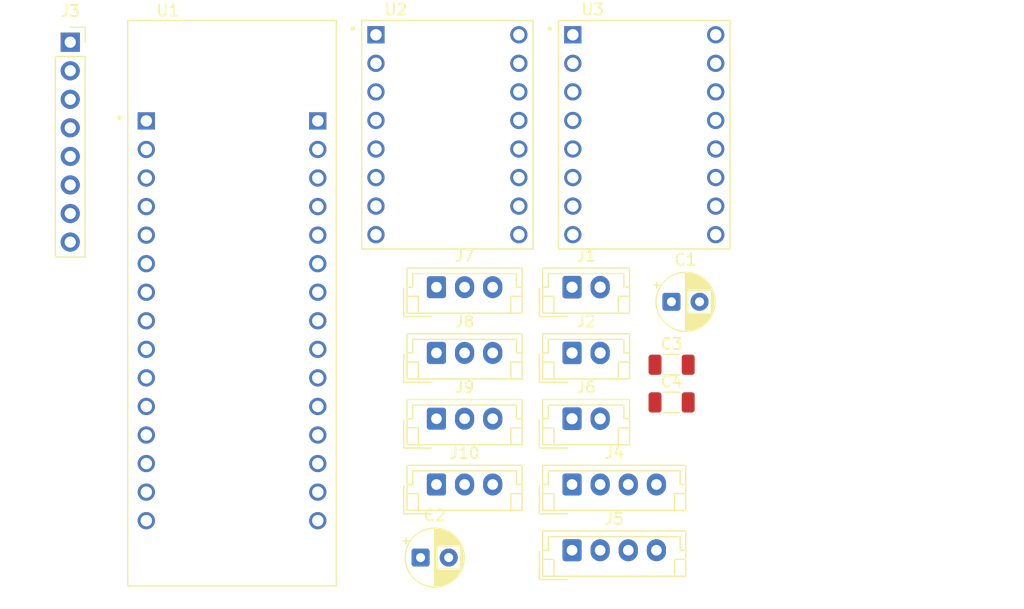
<source format=kicad_pcb>
(kicad_pcb (version 20241229) (generator "pcbnew") (generator_version "9.0")
  (layers (0 "F.Cu" signal) (2 "B.Cu" signal) (13 "F.Paste" user) (15 "B.Paste" user) (5 "F.SilkS" user "F.Silkscreen") (7 "B.SilkS" user "B.Silkscreen") (1 "F.Mask" user) (3 "B.Mask" user) (25 "Edge.Cuts" user))
  (net 0 "")
  (net 1 "+5V")
  (net 2 "GND")
  (net 3 "+24V")
  (net 4 "/STEPPER_1_2B")
  (net 5 "/STEPPER_1_2A")
  (net 6 "/STEPPER_1_1B")
  (net 7 "/STEPPER_1_1A")
  (net 8 "/STEPPER_2_1B")
  (net 9 "/STEPPER_2_2B")
  (net 10 "/STEPPER_2_2A")
  (net 11 "/STEPPER_2_1A")
  (net 12 "/UART_TX")
  (net 13 "/UART_RX")
  (net 14 "/PWM_SERVO_1")
  (net 16 "/PWM_SERVO_2")
  (net 17 "/PWM_SERVO_3")
  (net 18 "/PWM_SERVO_4")
  (net 19 "/PA6")
  (net 22 "/PA5")
  (net 23 "/PB1")
  (net 24 "/PA7")
  (net 25 "/PA0")
  (net 26 "/PB4")
  (net 27 "/PB3")
  (net 29 "/PA12")
  (net 32 "/DIR_STEPPER_1")
  (net 33 "/STEP_STEPPER_2")
  (net 35 "/DIR_STEPPER_2")
  (net 36 "Net-(U2-~{RESET})")
  (net 40 "Net-(U3-~{RESET})")
  (net 44 "/ENABLEB_STEPPER_1")
  (net 45 "/STEP_STEPPER_1")
  (net 46 "/ENABLEB_STEPPER_2")
  (footprint "Capacitor_THT:CP_Radial_D5.0mm_P2.50mm" (layer "F.Cu") (at 131.134775 82.76)
    (property "Reference" "C2" (at 1.25 -3.75 0) (layer "F.SilkS"))
    (property "Value" "330n")
    (pad "1" thru_hole roundrect (at 0 0) (size 1.6 1.6) (drill 0.8) (layers "*.Cu" "*.Mask") (roundrect_rratio 0.15625) (net 3 "+24V"))
    (pad "2" thru_hole circle (at 2.5 0) (size 1.6 1.6) (drill 0.8) (layers "*.Cu" "*.Mask") (net 2 "GND"))
  )
  (footprint "Connector_JST:JST_EH_B3B-EH-A_1x03_P2.50mm_Vertical" (layer "F.Cu") (at 132.545 76.26)
    (property "Reference" "J10" (at 2.5 -2.8 0) (layer "F.SilkS"))
    (property "Value" "Conn_01x03_Pin")
    (pad "1" thru_hole roundrect (at 0 0) (size 1.7 1.95) (drill 0.95) (layers "*.Cu" "*.Mask") (roundrect_rratio 0.147059) (net 18 "/PWM_SERVO_4"))
    (pad "2" thru_hole oval (at 2.5 0) (size 1.7 1.95) (drill 0.95) (layers "*.Cu" "*.Mask") (net 1 "+5V"))
    (pad "3" thru_hole oval (at 5 0) (size 1.7 1.95) (drill 0.95) (layers "*.Cu" "*.Mask") (net 2 "GND"))
  )
  (footprint "Connector_JST:JST_EH_B2B-EH-A_1x02_P2.50mm_Vertical" (layer "F.Cu") (at 144.595 58.71)
    (property "Reference" "J1" (at 1.25 -2.8 0) (layer "F.SilkS"))
    (property "Value" "Conn_01x02_Pin")
    (pad "1" thru_hole roundrect (at 0 0) (size 1.7 2) (drill 1) (layers "*.Cu" "*.Mask") (roundrect_rratio 0.147059) (net 1 "+5V"))
    (pad "2" thru_hole oval (at 2.5 0) (size 1.7 2) (drill 1) (layers "*.Cu" "*.Mask") (net 2 "GND"))
  )
  (footprint "Capacitor_SMD:C_1206_3216Metric" (layer "F.Cu") (at 153.445 65.61)
    (property "Reference" "C3" (at 0 -1.85 0) (layer "F.SilkS"))
    (property "Value" "100u")
    (pad "1" smd roundrect (at -1.475 0) (size 1.15 1.8) (layers "F.Cu" "F.Mask" "F.Paste") (roundrect_rratio 0.217391) (net 3 "+24V"))
    (pad "2" smd roundrect (at 1.475 0) (size 1.15 1.8) (layers "F.Cu" "F.Mask" "F.Paste") (roundrect_rratio 0.217391) (net 2 "GND"))
  )
  (footprint "Capacitor_SMD:C_1206_3216Metric" (layer "F.Cu") (at 153.445 68.96)
    (property "Reference" "C4" (at 0 -1.85 0) (layer "F.SilkS"))
    (property "Value" "100u")
    (pad "1" smd roundrect (at -1.475 0) (size 1.15 1.8) (layers "F.Cu" "F.Mask" "F.Paste") (roundrect_rratio 0.217391) (net 3 "+24V"))
    (pad "2" smd roundrect (at 1.475 0) (size 1.15 1.8) (layers "F.Cu" "F.Mask" "F.Paste") (roundrect_rratio 0.217391) (net 2 "GND"))
  )
  (footprint "Connector_JST:JST_EH_B2B-EH-A_1x02_P2.50mm_Vertical" (layer "F.Cu") (at 144.595 70.41)
    (property "Reference" "J6" (at 1.25 -2.8 0) (layer "F.SilkS"))
    (property "Value" "Conn_01x02_Pin")
    (pad "1" thru_hole roundrect (at 0 0) (size 1.7 2) (drill 1) (layers "*.Cu" "*.Mask") (roundrect_rratio 0.147059) (net 12 "/UART_TX"))
    (pad "2" thru_hole oval (at 2.5 0) (size 1.7 2) (drill 1) (layers "*.Cu" "*.Mask") (net 13 "/UART_RX"))
  )
  (footprint "Connector_PinSocket_2.54mm:PinSocket_1x08_P2.54mm_Vertical" (layer "F.Cu") (at 100 36.92)
    (property "Reference" "J3" (at 0 -2.77 0) (layer "F.SilkS"))
    (property "Value" "Conn_01x08_Pin")
    (pad "1" thru_hole rect (at 0 0) (size 1.7 1.7) (drill 1) (layers "*.Cu" "*.Mask") (net 29 "/PA12"))
    (pad "2" thru_hole circle (at 0 2.54) (size 1.7 1.7) (drill 1) (layers "*.Cu" "*.Mask") (net 24 "/PA7"))
    (pad "3" thru_hole circle (at 0 5.08) (size 1.7 1.7) (drill 1) (layers "*.Cu" "*.Mask") (net 19 "/PA6"))
    (pad "4" thru_hole circle (at 0 7.62) (size 1.7 1.7) (drill 1) (layers "*.Cu" "*.Mask") (net 22 "/PA5"))
    (pad "5" thru_hole circle (at 0 10.16) (size 1.7 1.7) (drill 1) (layers "*.Cu" "*.Mask") (net 23 "/PB1"))
    (pad "6" thru_hole circle (at 0 12.7) (size 1.7 1.7) (drill 1) (layers "*.Cu" "*.Mask") (net 25 "/PA0"))
    (pad "7" thru_hole circle (at 0 15.24) (size 1.7 1.7) (drill 1) (layers "*.Cu" "*.Mask") (net 26 "/PB4"))
    (pad "8" thru_hole circle (at 0 17.78) (size 1.7 1.7) (drill 1) (layers "*.Cu" "*.Mask") (net 27 "/PB3"))
  )
  (footprint "A4988:MODULE_A4988_STEPPER_MOTOR_DRIVER_CARRIER" (layer "F.Cu") (at 133.52 45.15)
    (property "Reference" "U2" (at -4.575 -11.135 0) (layer "F.SilkS"))
    (property "Value" "A4988_STEPPER_MOTOR_DRIVER_CARRIER")
    (pad "1" thru_hole rect (at -6.35 -8.89) (size 1.53 1.53) (drill 1.02) (layers "*.Cu" "*.Mask") (net 44 "/ENABLEB_STEPPER_1"))
    (pad "2" thru_hole circle (at -6.35 -6.35) (size 1.53 1.53) (drill 1.02) (layers "*.Cu" "*.Mask"))
    (pad "3" thru_hole circle (at -6.35 -3.81) (size 1.53 1.53) (drill 1.02) (layers "*.Cu" "*.Mask"))
    (pad "4" thru_hole circle (at -6.35 -1.27) (size 1.53 1.53) (drill 1.02) (layers "*.Cu" "*.Mask"))
    (pad "5" thru_hole circle (at -6.35 1.27) (size 1.53 1.53) (drill 1.02) (layers "*.Cu" "*.Mask") (net 36 "Net-(U2-~{RESET})"))
    (pad "6" thru_hole circle (at -6.35 3.81) (size 1.53 1.53) (drill 1.02) (layers "*.Cu" "*.Mask") (net 36 "Net-(U2-~{RESET})"))
    (pad "7" thru_hole circle (at -6.35 6.35) (size 1.53 1.53) (drill 1.02) (layers "*.Cu" "*.Mask") (net 45 "/STEP_STEPPER_1"))
    (pad "8" thru_hole circle (at -6.35 8.89) (size 1.53 1.53) (drill 1.02) (layers "*.Cu" "*.Mask") (net 32 "/DIR_STEPPER_1"))
    (pad "9" thru_hole circle (at 6.35 8.89) (size 1.53 1.53) (drill 1.02) (layers "*.Cu" "*.Mask") (net 2 "GND"))
    (pad "10" thru_hole circle (at 6.35 6.35) (size 1.53 1.53) (drill 1.02) (layers "*.Cu" "*.Mask") (net 1 "+5V"))
    (pad "11" thru_hole circle (at 6.35 3.81) (size 1.53 1.53) (drill 1.02) (layers "*.Cu" "*.Mask") (net 6 "/STEPPER_1_1B"))
    (pad "12" thru_hole circle (at 6.35 1.27) (size 1.53 1.53) (drill 1.02) (layers "*.Cu" "*.Mask") (net 7 "/STEPPER_1_1A"))
    (pad "13" thru_hole circle (at 6.35 -1.27) (size 1.53 1.53) (drill 1.02) (layers "*.Cu" "*.Mask") (net 5 "/STEPPER_1_2A"))
    (pad "14" thru_hole circle (at 6.35 -3.81) (size 1.53 1.53) (drill 1.02) (layers "*.Cu" "*.Mask") (net 4 "/STEPPER_1_2B"))
    (pad "15" thru_hole circle (at 6.35 -6.35) (size 1.53 1.53) (drill 1.02) (layers "*.Cu" "*.Mask") (net 2 "GND"))
    (pad "16" thru_hole circle (at 6.35 -8.89) (size 1.53 1.53) (drill 1.02) (layers "*.Cu" "*.Mask") (net 3 "+24V"))
  )
  (footprint "Connector_JST:JST_EH_B4B-EH-A_1x04_P2.50mm_Vertical" (layer "F.Cu") (at 144.595 82.11)
    (property "Reference" "J5" (at 3.75 -2.8 0) (layer "F.SilkS"))
    (property "Value" "Conn_01x04_Pin")
    (pad "1" thru_hole roundrect (at 0 0) (size 1.7 1.95) (drill 0.95) (layers "*.Cu" "*.Mask") (roundrect_rratio 0.147059) (net 11 "/STEPPER_2_1A"))
    (pad "2" thru_hole oval (at 2.5 0) (size 1.7 1.95) (drill 0.95) (layers "*.Cu" "*.Mask") (net 8 "/STEPPER_2_1B"))
    (pad "3" thru_hole oval (at 5 0) (size 1.7 1.95) (drill 0.95) (layers "*.Cu" "*.Mask") (net 10 "/STEPPER_2_2A"))
    (pad "4" thru_hole oval (at 7.5 0) (size 1.7 1.95) (drill 0.95) (layers "*.Cu" "*.Mask") (net 9 "/STEPPER_2_2B"))
  )
  (footprint "Connector_JST:JST_EH_B2B-EH-A_1x02_P2.50mm_Vertical" (layer "F.Cu") (at 144.595 64.56)
    (property "Reference" "J2" (at 1.25 -2.8 0) (layer "F.SilkS"))
    (property "Value" "Conn_01x02_Pin")
    (pad "1" thru_hole roundrect (at 0 0) (size 1.7 2) (drill 1) (layers "*.Cu" "*.Mask") (roundrect_rratio 0.147059) (net 3 "+24V"))
    (pad "2" thru_hole oval (at 2.5 0) (size 1.7 2) (drill 1) (layers "*.Cu" "*.Mask") (net 2 "GND"))
  )
  (footprint "A4988:MODULE_A4988_STEPPER_MOTOR_DRIVER_CARRIER" (layer "F.Cu") (at 151.015 45.15)
    (property "Reference" "U3" (at -4.575 -11.135 0) (layer "F.SilkS"))
    (property "Value" "A4988_STEPPER_MOTOR_DRIVER_CARRIER")
    (pad "1" thru_hole rect (at -6.35 -8.89) (size 1.53 1.53) (drill 1.02) (layers "*.Cu" "*.Mask") (net 46 "/ENABLEB_STEPPER_2"))
    (pad "2" thru_hole circle (at -6.35 -6.35) (size 1.53 1.53) (drill 1.02) (layers "*.Cu" "*.Mask"))
    (pad "3" thru_hole circle (at -6.35 -3.81) (size 1.53 1.53) (drill 1.02) (layers "*.Cu" "*.Mask"))
    (pad "4" thru_hole circle (at -6.35 -1.27) (size 1.53 1.53) (drill 1.02) (layers "*.Cu" "*.Mask"))
    (pad "5" thru_hole circle (at -6.35 1.27) (size 1.53 1.53) (drill 1.02) (layers "*.Cu" "*.Mask") (net 40 "Net-(U3-~{RESET})"))
    (pad "6" thru_hole circle (at -6.35 3.81) (size 1.53 1.53) (drill 1.02) (layers "*.Cu" "*.Mask") (net 40 "Net-(U3-~{RESET})"))
    (pad "7" thru_hole circle (at -6.35 6.35) (size 1.53 1.53) (drill 1.02) (layers "*.Cu" "*.Mask") (net 33 "/STEP_STEPPER_2"))
    (pad "8" thru_hole circle (at -6.35 8.89) (size 1.53 1.53) (drill 1.02) (layers "*.Cu" "*.Mask") (net 35 "/DIR_STEPPER_2"))
    (pad "9" thru_hole circle (at 6.35 8.89) (size 1.53 1.53) (drill 1.02) (layers "*.Cu" "*.Mask") (net 2 "GND"))
    (pad "10" thru_hole circle (at 6.35 6.35) (size 1.53 1.53) (drill 1.02) (layers "*.Cu" "*.Mask") (net 1 "+5V"))
    (pad "11" thru_hole circle (at 6.35 3.81) (size 1.53 1.53) (drill 1.02) (layers "*.Cu" "*.Mask") (net 8 "/STEPPER_2_1B"))
    (pad "12" thru_hole circle (at 6.35 1.27) (size 1.53 1.53) (drill 1.02) (layers "*.Cu" "*.Mask") (net 11 "/STEPPER_2_1A"))
    (pad "13" thru_hole circle (at 6.35 -1.27) (size 1.53 1.53) (drill 1.02) (layers "*.Cu" "*.Mask") (net 10 "/STEPPER_2_2A"))
    (pad "14" thru_hole circle (at 6.35 -3.81) (size 1.53 1.53) (drill 1.02) (layers "*.Cu" "*.Mask") (net 9 "/STEPPER_2_2B"))
    (pad "15" thru_hole circle (at 6.35 -6.35) (size 1.53 1.53) (drill 1.02) (layers "*.Cu" "*.Mask") (net 2 "GND"))
    (pad "16" thru_hole circle (at 6.35 -8.89) (size 1.53 1.53) (drill 1.02) (layers "*.Cu" "*.Mask") (net 3 "+24V"))
  )
  (footprint "Connector_JST:JST_EH_B3B-EH-A_1x03_P2.50mm_Vertical" (layer "F.Cu") (at 132.545 58.71)
    (property "Reference" "J7" (at 2.5 -2.8 0) (layer "F.SilkS"))
    (property "Value" "Conn_01x03_Pin")
    (pad "1" thru_hole roundrect (at 0 0) (size 1.7 1.95) (drill 0.95) (layers "*.Cu" "*.Mask") (roundrect_rratio 0.147059) (net 14 "/PWM_SERVO_1"))
    (pad "2" thru_hole oval (at 2.5 0) (size 1.7 1.95) (drill 0.95) (layers "*.Cu" "*.Mask") (net 1 "+5V"))
    (pad "3" thru_hole oval (at 5 0) (size 1.7 1.95) (drill 0.95) (layers "*.Cu" "*.Mask") (net 2 "GND"))
  )
  (footprint "Connector_JST:JST_EH_B3B-EH-A_1x03_P2.50mm_Vertical" (layer "F.Cu") (at 132.545 70.41)
    (property "Reference" "J9" (at 2.5 -2.8 0) (layer "F.SilkS"))
    (property "Value" "Conn_01x03_Pin")
    (pad "1" thru_hole roundrect (at 0 0) (size 1.7 1.95) (drill 0.95) (layers "*.Cu" "*.Mask") (roundrect_rratio 0.147059) (net 17 "/PWM_SERVO_3"))
    (pad "2" thru_hole oval (at 2.5 0) (size 1.7 1.95) (drill 0.95) (layers "*.Cu" "*.Mask") (net 1 "+5V"))
    (pad "3" thru_hole oval (at 5 0) (size 1.7 1.95) (drill 0.95) (layers "*.Cu" "*.Mask") (net 2 "GND"))
  )
  (footprint "Capacitor_THT:CP_Radial_D5.0mm_P2.50mm" (layer "F.Cu") (at 153.430241 60.01)
    (property "Reference" "C1" (at 1.25 -3.75 0) (layer "F.SilkS"))
    (property "Value" "330n")
    (pad "1" thru_hole roundrect (at 0 0) (size 1.6 1.6) (drill 0.8) (layers "*.Cu" "*.Mask") (roundrect_rratio 0.15625) (net 3 "+24V"))
    (pad "2" thru_hole circle (at 2.5 0) (size 1.6 1.6) (drill 0.8) (layers "*.Cu" "*.Mask") (net 2 "GND"))
  )
  (footprint "Connector_JST:JST_EH_B3B-EH-A_1x03_P2.50mm_Vertical" (layer "F.Cu") (at 132.545 64.56)
    (property "Reference" "J8" (at 2.5 -2.8 0) (layer "F.SilkS"))
    (property "Value" "Conn_01x03_Pin")
    (pad "1" thru_hole roundrect (at 0 0) (size 1.7 1.95) (drill 0.95) (layers "*.Cu" "*.Mask") (roundrect_rratio 0.147059) (net 16 "/PWM_SERVO_2"))
    (pad "2" thru_hole oval (at 2.5 0) (size 1.7 1.95) (drill 0.95) (layers "*.Cu" "*.Mask") (net 1 "+5V"))
    (pad "3" thru_hole oval (at 5 0) (size 1.7 1.95) (drill 0.95) (layers "*.Cu" "*.Mask") (net 2 "GND"))
  )
  (footprint "Connector_JST:JST_EH_B4B-EH-A_1x04_P2.50mm_Vertical" (layer "F.Cu") (at 144.595 76.26)
    (property "Reference" "J4" (at 3.75 -2.8 0) (layer "F.SilkS"))
    (property "Value" "Conn_01x04_Pin")
    (pad "1" thru_hole roundrect (at 0 0) (size 1.7 1.95) (drill 0.95) (layers "*.Cu" "*.Mask") (roundrect_rratio 0.147059) (net 7 "/STEPPER_1_1A"))
    (pad "2" thru_hole oval (at 2.5 0) (size 1.7 1.95) (drill 0.95) (layers "*.Cu" "*.Mask") (net 6 "/STEPPER_1_1B"))
    (pad "3" thru_hole oval (at 5 0) (size 1.7 1.95) (drill 0.95) (layers "*.Cu" "*.Mask") (net 5 "/STEPPER_1_2A"))
    (pad "4" thru_hole oval (at 7.5 0) (size 1.7 1.95) (drill 0.95) (layers "*.Cu" "*.Mask") (net 4 "/STEPPER_1_2B"))
  )
  (footprint "NUCLEO:MODULE_NUCLEO-L432KC" (layer "F.Cu") (at 114.38 60.135)
    (property "Reference" "U1" (at -5.715 -26.035 0) (layer "F.SilkS"))
    (property "Value" "NUCLEO-L432KC")
    (pad "CN3_1" thru_hole rect (at -7.62 -16.215) (size 1.53 1.53) (drill 1.02) (layers "*.Cu" "*.Mask") (net 16 "/PWM_SERVO_2"))
    (pad "CN3_2" thru_hole circle (at -7.62 -13.675) (size 1.53 1.53) (drill 1.02) (layers "*.Cu" "*.Mask") (net 17 "/PWM_SERVO_3"))
    (pad "CN3_3" thru_hole circle (at -7.62 -11.135) (size 1.53 1.53) (drill 1.02) (layers "*.Cu" "*.Mask"))
    (pad "CN3_4" thru_hole circle (at -7.62 -8.595) (size 1.53 1.53) (drill 1.02) (layers "*.Cu" "*.Mask") (net 2 "GND"))
    (pad "CN3_5" thru_hole circle (at -7.62 -6.055) (size 1.53 1.53) (drill 1.02) (layers "*.Cu" "*.Mask") (net 29 "/PA12"))
    (pad "CN3_6" thru_hole circle (at -7.62 -3.515) (size 1.53 1.53) (drill 1.02) (layers "*.Cu" "*.Mask") (net 44 "/ENABLEB_STEPPER_1"))
    (pad "CN3_7" thru_hole circle (at -7.62 -0.975) (size 1.53 1.53) (drill 1.02) (layers "*.Cu" "*.Mask") (net 46 "/ENABLEB_STEPPER_2"))
    (pad "CN3_8" thru_hole circle (at -7.62 1.565) (size 1.53 1.53) (drill 1.02) (layers "*.Cu" "*.Mask") (net 45 "/STEP_STEPPER_1"))
    (pad "CN3_9" thru_hole circle (at -7.62 4.105) (size 1.53 1.53) (drill 1.02) (layers "*.Cu" "*.Mask") (net 23 "/PB1"))
    (pad "CN3_10" thru_hole circle (at -7.62 6.645) (size 1.53 1.53) (drill 1.02) (layers "*.Cu" "*.Mask"))
    (pad "CN3_11" thru_hole circle (at -7.62 9.185) (size 1.53 1.53) (drill 1.02) (layers "*.Cu" "*.Mask"))
    (pad "CN3_12" thru_hole circle (at -7.62 11.725) (size 1.53 1.53) (drill 1.02) (layers "*.Cu" "*.Mask") (net 14 "/PWM_SERVO_1"))
    (pad "CN3_13" thru_hole circle (at -7.62 14.265) (size 1.53 1.53) (drill 1.02) (layers "*.Cu" "*.Mask") (net 18 "/PWM_SERVO_4"))
    (pad "CN3_14" thru_hole circle (at -7.62 16.805) (size 1.53 1.53) (drill 1.02) (layers "*.Cu" "*.Mask") (net 32 "/DIR_STEPPER_1"))
    (pad "CN3_15" thru_hole circle (at -7.62 19.345) (size 1.53 1.53) (drill 1.02) (layers "*.Cu" "*.Mask") (net 26 "/PB4"))
    (pad "CN4_1" thru_hole rect (at 7.62 -16.215) (size 1.53 1.53) (drill 1.02) (layers "*.Cu" "*.Mask") (net 1 "+5V"))
    (pad "CN4_2" thru_hole circle (at 7.62 -13.675) (size 1.53 1.53) (drill 1.02) (layers "*.Cu" "*.Mask") (net 2 "GND"))
    (pad "CN4_3" thru_hole circle (at 7.62 -11.135) (size 1.53 1.53) (drill 1.02) (layers "*.Cu" "*.Mask"))
    (pad "CN4_4" thru_hole circle (at 7.62 -8.595) (size 1.53 1.53) (drill 1.02) (layers "*.Cu" "*.Mask"))
    (pad "CN4_5" thru_hole circle (at 7.62 -6.055) (size 1.53 1.53) (drill 1.02) (layers "*.Cu" "*.Mask") (net 12 "/UART_TX"))
    (pad "CN4_6" thru_hole circle (at 7.62 -3.515) (size 1.53 1.53) (drill 1.02) (layers "*.Cu" "*.Mask") (net 24 "/PA7"))
    (pad "CN4_7" thru_hole circle (at 7.62 -0.975) (size 1.53 1.53) (drill 1.02) (layers "*.Cu" "*.Mask") (net 19 "/PA6"))
    (pad "CN4_8" thru_hole circle (at 7.62 1.565) (size 1.53 1.53) (drill 1.02) (layers "*.Cu" "*.Mask") (net 22 "/PA5"))
    (pad "CN4_9" thru_hole circle (at 7.62 4.105) (size 1.53 1.53) (drill 1.02) (layers "*.Cu" "*.Mask") (net 35 "/DIR_STEPPER_2"))
    (pad "CN4_10" thru_hole circle (at 7.62 6.645) (size 1.53 1.53) (drill 1.02) (layers "*.Cu" "*.Mask") (net 13 "/UART_RX"))
    (pad "CN4_11" thru_hole circle (at 7.62 9.185) (size 1.53 1.53) (drill 1.02) (layers "*.Cu" "*.Mask") (net 33 "/STEP_STEPPER_2"))
    (pad "CN4_12" thru_hole circle (at 7.62 11.725) (size 1.53 1.53) (drill 1.02) (layers "*.Cu" "*.Mask") (net 25 "/PA0"))
    (pad "CN4_13" thru_hole circle (at 7.62 14.265) (size 1.53 1.53) (drill 1.02) (layers "*.Cu" "*.Mask"))
    (pad "CN4_14" thru_hole circle (at 7.62 16.805) (size 1.53 1.53) (drill 1.02) (layers "*.Cu" "*.Mask"))
    (pad "CN4_15" thru_hole circle (at 7.62 19.345) (size 1.53 1.53) (drill 1.02) (layers "*.Cu" "*.Mask") (net 27 "/PB3"))
  )
)
</source>
